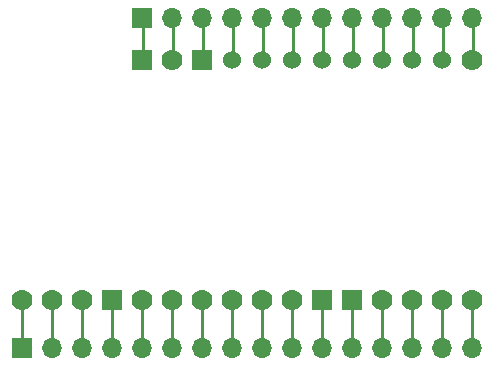
<source format=gtl>
G04 #@! TF.GenerationSoftware,KiCad,Pcbnew,(5.1.5-0-10_14)*
G04 #@! TF.CreationDate,2019-12-30T14:06:52-05:00*
G04 #@! TF.ProjectId,FeatherShim,46656174-6865-4725-9368-696d2e6b6963,rev?*
G04 #@! TF.SameCoordinates,Original*
G04 #@! TF.FileFunction,Copper,L1,Top*
G04 #@! TF.FilePolarity,Positive*
%FSLAX46Y46*%
G04 Gerber Fmt 4.6, Leading zero omitted, Abs format (unit mm)*
G04 Created by KiCad (PCBNEW (5.1.5-0-10_14)) date 2019-12-30 14:06:52*
%MOMM*%
%LPD*%
G04 APERTURE LIST*
%ADD10R,1.700000X1.700000*%
%ADD11O,1.700000X1.700000*%
%ADD12C,1.778000*%
%ADD13C,1.524000*%
%ADD14R,1.778000X1.778000*%
%ADD15C,0.250000*%
G04 APERTURE END LIST*
D10*
X136370000Y-117550000D03*
D11*
X138910000Y-117550000D03*
X141450000Y-117550000D03*
X143990000Y-117550000D03*
X146530000Y-117550000D03*
X149070000Y-117550000D03*
X151610000Y-117550000D03*
X154150000Y-117550000D03*
X156690000Y-117550000D03*
X159230000Y-117550000D03*
X161770000Y-117550000D03*
X164310000Y-117550000D03*
X166850000Y-117550000D03*
X169390000Y-117550000D03*
X171930000Y-117550000D03*
X174470000Y-117550000D03*
D10*
X146530000Y-89610000D03*
D11*
X149070000Y-89610000D03*
X151610000Y-89610000D03*
X154150000Y-89610000D03*
X156690000Y-89610000D03*
X159230000Y-89610000D03*
X161770000Y-89610000D03*
X164310000Y-89610000D03*
X166850000Y-89610000D03*
X169390000Y-89610000D03*
X171930000Y-89610000D03*
X174470000Y-89610000D03*
D12*
X149072600Y-93167200D03*
D13*
X154152600Y-93167200D03*
X156692600Y-93167200D03*
X159232600Y-93167200D03*
X161772600Y-93167200D03*
X164312600Y-93167200D03*
X166852600Y-93167200D03*
X169392600Y-93167200D03*
X171932600Y-93167200D03*
D12*
X174472600Y-93167200D03*
X174472600Y-113487200D03*
X171932600Y-113487200D03*
X169392600Y-113487200D03*
X166852600Y-113487200D03*
X159232600Y-113487200D03*
X156692600Y-113487200D03*
X154152600Y-113487200D03*
X151612600Y-113487200D03*
X149072600Y-113487200D03*
X146532600Y-113487200D03*
X141452600Y-113487200D03*
X138912600Y-113487200D03*
X136372600Y-113487200D03*
D14*
X164312600Y-113487200D03*
X161772600Y-113487200D03*
X151612600Y-93167200D03*
X146532600Y-93167200D03*
X143992600Y-113487200D03*
D15*
X149120800Y-93380701D02*
X149081501Y-93420000D01*
X149120800Y-89610000D02*
X149120800Y-93380701D01*
X154200800Y-93380701D02*
X154161501Y-93420000D01*
X154200800Y-89610000D02*
X154200800Y-93380701D01*
X156740800Y-93380701D02*
X156701501Y-93420000D01*
X156740800Y-89610000D02*
X156740800Y-93380701D01*
X159280800Y-93380701D02*
X159241501Y-93420000D01*
X159280800Y-89610000D02*
X159280800Y-93380701D01*
X161820800Y-93380701D02*
X161781501Y-93420000D01*
X161820800Y-89610000D02*
X161820800Y-93380701D01*
X164360800Y-93380701D02*
X164321501Y-93420000D01*
X164360800Y-89610000D02*
X164360800Y-93380701D01*
X166900800Y-93380701D02*
X166861501Y-93420000D01*
X166900800Y-89610000D02*
X166900800Y-93380701D01*
X169440800Y-93380701D02*
X169401501Y-93420000D01*
X169440800Y-89610000D02*
X169440800Y-93380701D01*
X171980800Y-93380701D02*
X171941501Y-93420000D01*
X171980800Y-89610000D02*
X171980800Y-93380701D01*
X174520800Y-93380701D02*
X174481501Y-93420000D01*
X174520800Y-89610000D02*
X174520800Y-93380701D01*
X174481501Y-117523401D02*
X174508100Y-117550000D01*
X174481501Y-113740000D02*
X174481501Y-117523401D01*
X171941501Y-117523401D02*
X171968100Y-117550000D01*
X171941501Y-113740000D02*
X171941501Y-117523401D01*
X169401501Y-117523401D02*
X169428100Y-117550000D01*
X169401501Y-113740000D02*
X169401501Y-117523401D01*
X166861501Y-117523401D02*
X166888100Y-117550000D01*
X166861501Y-113740000D02*
X166861501Y-117523401D01*
X159241501Y-117523401D02*
X159268100Y-117550000D01*
X159241501Y-113740000D02*
X159241501Y-117523401D01*
X156701501Y-117523401D02*
X156728100Y-117550000D01*
X156701501Y-113740000D02*
X156701501Y-117523401D01*
X154161501Y-117523401D02*
X154188100Y-117550000D01*
X154161501Y-113740000D02*
X154161501Y-117523401D01*
X151621501Y-117523401D02*
X151648100Y-117550000D01*
X151621501Y-113740000D02*
X151621501Y-117523401D01*
X149081501Y-117523401D02*
X149108100Y-117550000D01*
X149081501Y-113740000D02*
X149081501Y-117523401D01*
X146541501Y-117523401D02*
X146568100Y-117550000D01*
X146541501Y-113740000D02*
X146541501Y-117523401D01*
X141461501Y-117523401D02*
X141488100Y-117550000D01*
X141461501Y-113740000D02*
X141461501Y-117523401D01*
X138921501Y-117523401D02*
X138948100Y-117550000D01*
X138921501Y-113740000D02*
X138921501Y-117523401D01*
X136381501Y-117523401D02*
X136408100Y-117550000D01*
X136381501Y-113740000D02*
X136381501Y-117523401D01*
X164321501Y-117523401D02*
X164348100Y-117550000D01*
X164321501Y-113740000D02*
X164321501Y-117523401D01*
X161781501Y-117523401D02*
X161808100Y-117550000D01*
X161781501Y-113740000D02*
X161781501Y-117523401D01*
X151660800Y-93380701D02*
X151621501Y-93420000D01*
X151660800Y-89610000D02*
X151660800Y-93380701D01*
X144001501Y-117523401D02*
X144028100Y-117550000D01*
X144001501Y-113740000D02*
X144001501Y-117523401D01*
X146580800Y-93380701D02*
X146541501Y-93420000D01*
X146580800Y-89610000D02*
X146580800Y-93380701D01*
M02*

</source>
